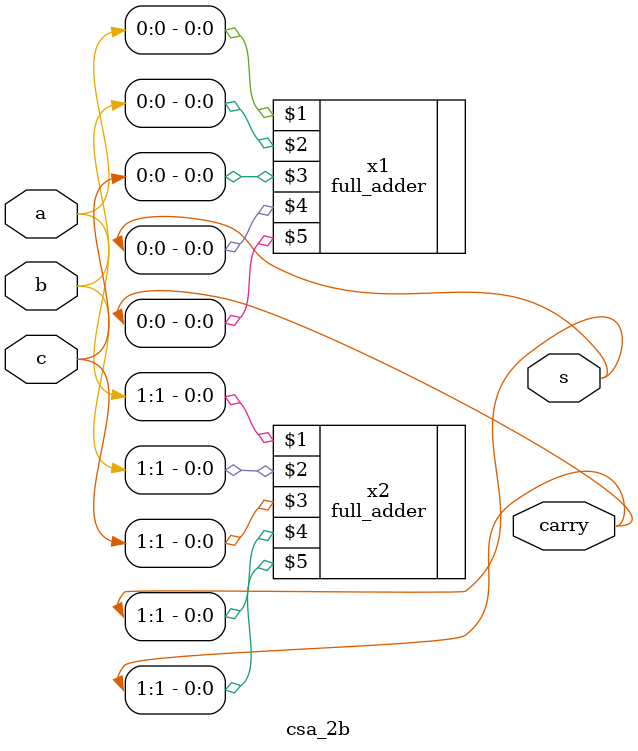
<source format=sv>
`timescale 1ns / 1ps


module csa_2b(
    input logic [1:0] a,
    input logic [1:0] b,
    input logic [1:0] c,
    output logic [1:0] s,
    output logic [1:0] carry
    );
    
    full_adder x1(a[0], b[0], c[0], s[0], carry[0]);
    full_adder x2(a[1], b[1], c[1], s[1], carry[1]);
    
endmodule

</source>
